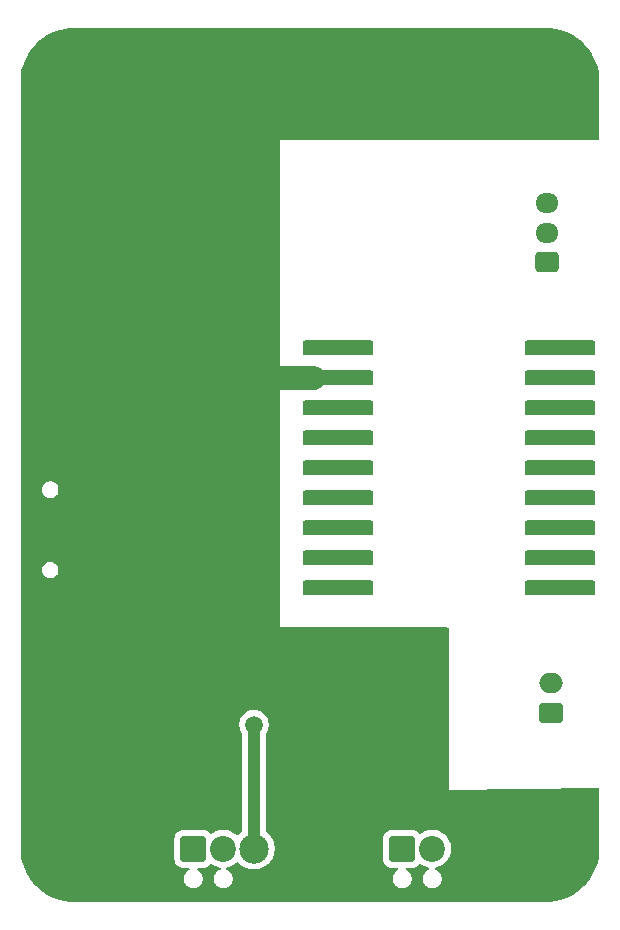
<source format=gbr>
%TF.GenerationSoftware,KiCad,Pcbnew,9.0.2*%
%TF.CreationDate,2025-06-11T22:20:25+01:00*%
%TF.ProjectId,Doorbell (Smaller),446f6f72-6265-46c6-9c20-28536d616c6c,1*%
%TF.SameCoordinates,Original*%
%TF.FileFunction,Copper,L2,Bot*%
%TF.FilePolarity,Positive*%
%FSLAX46Y46*%
G04 Gerber Fmt 4.6, Leading zero omitted, Abs format (unit mm)*
G04 Created by KiCad (PCBNEW 9.0.2) date 2025-06-11 22:20:25*
%MOMM*%
%LPD*%
G01*
G04 APERTURE LIST*
G04 Aperture macros list*
%AMRoundRect*
0 Rectangle with rounded corners*
0 $1 Rounding radius*
0 $2 $3 $4 $5 $6 $7 $8 $9 X,Y pos of 4 corners*
0 Add a 4 corners polygon primitive as box body*
4,1,4,$2,$3,$4,$5,$6,$7,$8,$9,$2,$3,0*
0 Add four circle primitives for the rounded corners*
1,1,$1+$1,$2,$3*
1,1,$1+$1,$4,$5*
1,1,$1+$1,$6,$7*
1,1,$1+$1,$8,$9*
0 Add four rect primitives between the rounded corners*
20,1,$1+$1,$2,$3,$4,$5,0*
20,1,$1+$1,$4,$5,$6,$7,0*
20,1,$1+$1,$6,$7,$8,$9,0*
20,1,$1+$1,$8,$9,$2,$3,0*%
G04 Aperture macros list end*
%TA.AperFunction,ComponentPad*%
%ADD10C,4.400000*%
%TD*%
%TA.AperFunction,ComponentPad*%
%ADD11RoundRect,0.250000X0.725000X-0.600000X0.725000X0.600000X-0.725000X0.600000X-0.725000X-0.600000X0*%
%TD*%
%TA.AperFunction,ComponentPad*%
%ADD12O,1.950000X1.700000*%
%TD*%
%TA.AperFunction,ComponentPad*%
%ADD13RoundRect,0.249999X-0.850001X-0.850001X0.850001X-0.850001X0.850001X0.850001X-0.850001X0.850001X0*%
%TD*%
%TA.AperFunction,ComponentPad*%
%ADD14C,2.200000*%
%TD*%
%TA.AperFunction,ComponentPad*%
%ADD15RoundRect,0.190500X2.809500X0.444500X-2.809500X0.444500X-2.809500X-0.444500X2.809500X-0.444500X0*%
%TD*%
%TA.AperFunction,ComponentPad*%
%ADD16RoundRect,0.190500X-2.809500X-0.444500X2.809500X-0.444500X2.809500X0.444500X-2.809500X0.444500X0*%
%TD*%
%TA.AperFunction,ComponentPad*%
%ADD17RoundRect,0.250000X0.750000X-0.600000X0.750000X0.600000X-0.750000X0.600000X-0.750000X-0.600000X0*%
%TD*%
%TA.AperFunction,ComponentPad*%
%ADD18O,2.000000X1.700000*%
%TD*%
%TA.AperFunction,ViaPad*%
%ADD19C,1.500000*%
%TD*%
%TA.AperFunction,ViaPad*%
%ADD20C,1.000000*%
%TD*%
%TA.AperFunction,ViaPad*%
%ADD21C,2.500000*%
%TD*%
%TA.AperFunction,Conductor*%
%ADD22C,2.000000*%
%TD*%
%TA.AperFunction,Conductor*%
%ADD23C,0.200000*%
%TD*%
%TA.AperFunction,Conductor*%
%ADD24C,1.000000*%
%TD*%
G04 APERTURE END LIST*
D10*
%TO.P,H1,1,1*%
%TO.N,GND*%
X5000000Y-5000000D03*
%TD*%
%TO.P,H4,1,1*%
%TO.N,GND*%
X45000000Y-70000000D03*
%TD*%
%TO.P,H3,1,1*%
%TO.N,GND*%
X5000000Y-70000000D03*
%TD*%
D11*
%TO.P,J4,1,Pin_1*%
%TO.N,+5V Internal*%
X45043750Y-20343750D03*
D12*
%TO.P,J4,2,Pin_2*%
%TO.N,/WS2812*%
X45043750Y-17843750D03*
%TO.P,J4,3,Pin_3*%
%TO.N,GND*%
X45043750Y-15343750D03*
%TD*%
D13*
%TO.P,J2,1,Pin_1*%
%TO.N,/VAC In B*%
X32801133Y-70000000D03*
D14*
%TO.P,J2,2,Pin_2*%
%TO.N,/VAC Out A*%
X35341133Y-70000000D03*
%TD*%
D15*
%TO.P,U3,1,5V*%
%TO.N,+5V Internal*%
X27343750Y-27633750D03*
%TO.P,U3,2,GND*%
%TO.N,GND*%
X27343750Y-30173750D03*
%TO.P,U3,3,3V3*%
%TO.N,+3.3V*%
X27343750Y-32713750D03*
%TO.P,U3,4,GPIO_0*%
%TO.N,unconnected-(U3-GPIO_0-Pad4)*%
X27343750Y-35253750D03*
%TO.P,U3,5,GPIO_1*%
%TO.N,unconnected-(U3-GPIO_1-Pad5)*%
X27343750Y-37793750D03*
%TO.P,U3,6,GPIO_2*%
%TO.N,unconnected-(U3-GPIO_2-Pad6)*%
X27343750Y-40333750D03*
%TO.P,U3,7,GPIO_3*%
%TO.N,unconnected-(U3-GPIO_3-Pad7)*%
X27343750Y-42873750D03*
%TO.P,U3,8,GPIO_4*%
%TO.N,/ADC Input*%
X27343750Y-45413750D03*
%TO.P,U3,9,GPIO_5*%
%TO.N,unconnected-(U3-GPIO_5-Pad9)*%
X27343750Y-47953750D03*
D16*
%TO.P,U3,10,GPIO_6*%
%TO.N,/Reset*%
X46203750Y-47953750D03*
%TO.P,U3,11,GPIO_7*%
%TO.N,unconnected-(U3-GPIO_7-Pad11)*%
X46203750Y-45413750D03*
%TO.P,U3,12,GPIO_8*%
%TO.N,unconnected-(U3-GPIO_8-Pad12)*%
X46203750Y-42873750D03*
%TO.P,U3,13,GPIO_9*%
%TO.N,unconnected-(U3-GPIO_9-Pad13)*%
X46203750Y-40333750D03*
%TO.P,U3,14,GPIO_10*%
%TO.N,unconnected-(U3-GPIO_10-Pad14)*%
X46203750Y-37793750D03*
%TO.P,U3,15,GPIO_18*%
%TO.N,unconnected-(U3-GPIO_18-Pad15)*%
X46203750Y-35253750D03*
%TO.P,U3,16,GPIO_19*%
%TO.N,unconnected-(U3-GPIO_19-Pad16)*%
X46203750Y-32713750D03*
%TO.P,U3,17,GPIO_20*%
%TO.N,unconnected-(U3-GPIO_20-Pad17)*%
X46203750Y-30173750D03*
%TO.P,U3,18,GPIO_21*%
%TO.N,/WS2812*%
X46203750Y-27633750D03*
%TD*%
D17*
%TO.P,J3,1,Pin_1*%
%TO.N,GND*%
X45362500Y-58500000D03*
D18*
%TO.P,J3,2,Pin_2*%
%TO.N,/Reset*%
X45362500Y-56000000D03*
%TD*%
D10*
%TO.P,H2,1,1*%
%TO.N,GND*%
X45000000Y-5000000D03*
%TD*%
D13*
%TO.P,J1,1,Pin_1*%
%TO.N,/VAC In A*%
X15123333Y-70000000D03*
D14*
%TO.P,J1,2,Pin_2*%
%TO.N,/VAC In B*%
X17663333Y-70000000D03*
%TD*%
D19*
%TO.N,GND*%
X6150000Y-59600000D03*
X18609077Y-39776859D03*
D20*
X34500000Y-55750000D03*
X30810705Y-57066581D03*
D19*
X20880000Y-13870000D03*
X19130000Y-30120000D03*
X6630000Y-33120000D03*
D20*
X24500000Y-61750000D03*
D21*
%TO.N,/VAC In B*%
X20250000Y-70000000D03*
D19*
X20250000Y-59500000D03*
%TD*%
D22*
%TO.N,GND*%
X19130000Y-30120000D02*
X25290000Y-30120000D01*
X25290000Y-30120000D02*
X25343750Y-30173750D01*
D23*
X25331240Y-30186260D02*
X25343750Y-30173750D01*
D24*
%TO.N,/VAC In B*%
X20250000Y-59500000D02*
X20250000Y-70000000D01*
%TD*%
%TA.AperFunction,Conductor*%
%TO.N,GND*%
G36*
X45002702Y-500617D02*
G01*
X45386771Y-517386D01*
X45397506Y-518326D01*
X45775971Y-568152D01*
X45786597Y-570025D01*
X46159284Y-652648D01*
X46169710Y-655442D01*
X46533765Y-770227D01*
X46543911Y-773920D01*
X46896578Y-920000D01*
X46906369Y-924566D01*
X47244942Y-1100816D01*
X47254310Y-1106224D01*
X47576244Y-1311318D01*
X47585105Y-1317523D01*
X47887930Y-1549889D01*
X47896217Y-1556843D01*
X48177635Y-1814715D01*
X48185284Y-1822364D01*
X48443156Y-2103782D01*
X48450110Y-2112069D01*
X48682476Y-2414894D01*
X48688681Y-2423755D01*
X48893775Y-2745689D01*
X48899183Y-2755057D01*
X49075430Y-3093623D01*
X49080002Y-3103427D01*
X49226075Y-3456078D01*
X49229775Y-3466244D01*
X49344554Y-3830278D01*
X49347354Y-3840727D01*
X49429971Y-4213389D01*
X49431849Y-4224042D01*
X49481671Y-4602473D01*
X49482614Y-4613249D01*
X49499382Y-4997297D01*
X49499500Y-5002706D01*
X49499500Y-9876000D01*
X49479815Y-9943039D01*
X49427011Y-9988794D01*
X49375500Y-10000000D01*
X22494167Y-10000000D01*
X22494167Y-51250000D01*
X36620167Y-51250000D01*
X36687206Y-51269685D01*
X36732961Y-51322489D01*
X36744167Y-51374000D01*
X36744167Y-65011110D01*
X36744167Y-65011111D01*
X49374123Y-64870778D01*
X49441376Y-64889716D01*
X49487715Y-64942009D01*
X49499500Y-64994770D01*
X49499500Y-69997293D01*
X49499382Y-70002702D01*
X49482614Y-70386750D01*
X49481671Y-70397526D01*
X49431849Y-70775957D01*
X49429971Y-70786610D01*
X49347354Y-71159272D01*
X49344554Y-71169721D01*
X49229775Y-71533755D01*
X49226075Y-71543921D01*
X49080002Y-71896572D01*
X49075430Y-71906376D01*
X48899183Y-72244942D01*
X48893775Y-72254310D01*
X48688681Y-72576244D01*
X48682476Y-72585105D01*
X48450110Y-72887930D01*
X48443156Y-72896217D01*
X48185284Y-73177635D01*
X48177635Y-73185284D01*
X47896217Y-73443156D01*
X47887930Y-73450110D01*
X47585105Y-73682476D01*
X47576244Y-73688681D01*
X47254310Y-73893775D01*
X47244942Y-73899183D01*
X46906376Y-74075430D01*
X46896572Y-74080002D01*
X46543921Y-74226075D01*
X46533755Y-74229775D01*
X46169721Y-74344554D01*
X46159272Y-74347354D01*
X45786610Y-74429971D01*
X45775957Y-74431849D01*
X45397526Y-74481671D01*
X45386750Y-74482614D01*
X45002703Y-74499382D01*
X44997294Y-74499500D01*
X5002706Y-74499500D01*
X4997297Y-74499382D01*
X4613249Y-74482614D01*
X4602473Y-74481671D01*
X4224042Y-74431849D01*
X4213389Y-74429971D01*
X3840727Y-74347354D01*
X3830278Y-74344554D01*
X3466244Y-74229775D01*
X3456078Y-74226075D01*
X3103427Y-74080002D01*
X3093623Y-74075430D01*
X2755057Y-73899183D01*
X2745689Y-73893775D01*
X2423755Y-73688681D01*
X2414894Y-73682476D01*
X2112069Y-73450110D01*
X2103782Y-73443156D01*
X1822364Y-73185284D01*
X1814715Y-73177635D01*
X1556843Y-72896217D01*
X1549889Y-72887930D01*
X1317523Y-72585105D01*
X1311318Y-72576244D01*
X1106224Y-72254310D01*
X1100816Y-72244942D01*
X1057022Y-72160814D01*
X924566Y-71906369D01*
X919997Y-71896572D01*
X773920Y-71543911D01*
X770224Y-71533755D01*
X655442Y-71169710D01*
X652648Y-71159284D01*
X570025Y-70786597D01*
X568152Y-70775971D01*
X518326Y-70397506D01*
X517386Y-70386771D01*
X500618Y-70002702D01*
X500500Y-69997293D01*
X500500Y-69099982D01*
X13522833Y-69099982D01*
X13522833Y-70900017D01*
X13533333Y-71002796D01*
X13577261Y-71135361D01*
X13588519Y-71169335D01*
X13680621Y-71318656D01*
X13804677Y-71442712D01*
X13953998Y-71534814D01*
X14120535Y-71589999D01*
X14223323Y-71600500D01*
X14223328Y-71600500D01*
X14679758Y-71600500D01*
X14746797Y-71620185D01*
X14792552Y-71672989D01*
X14802496Y-71742147D01*
X14773471Y-71805703D01*
X14748649Y-71827602D01*
X14613044Y-71918210D01*
X14613040Y-71918213D01*
X14501546Y-72029707D01*
X14501543Y-72029711D01*
X14413942Y-72160814D01*
X14413935Y-72160827D01*
X14353597Y-72306498D01*
X14353594Y-72306510D01*
X14322833Y-72461153D01*
X14322833Y-72618846D01*
X14353594Y-72773489D01*
X14353597Y-72773501D01*
X14413935Y-72919172D01*
X14413942Y-72919185D01*
X14501543Y-73050288D01*
X14501546Y-73050292D01*
X14613040Y-73161786D01*
X14613044Y-73161789D01*
X14744147Y-73249390D01*
X14744160Y-73249397D01*
X14889831Y-73309735D01*
X14889836Y-73309737D01*
X15044486Y-73340499D01*
X15044489Y-73340500D01*
X15044491Y-73340500D01*
X15202177Y-73340500D01*
X15202178Y-73340499D01*
X15356830Y-73309737D01*
X15502512Y-73249394D01*
X15633622Y-73161789D01*
X15745122Y-73050289D01*
X15832727Y-72919179D01*
X15893070Y-72773497D01*
X15923833Y-72618842D01*
X15923833Y-72461158D01*
X15923833Y-72461155D01*
X15923832Y-72461153D01*
X15893071Y-72306510D01*
X15893070Y-72306503D01*
X15871451Y-72254310D01*
X15832730Y-72160827D01*
X15832723Y-72160814D01*
X15745122Y-72029711D01*
X15745119Y-72029707D01*
X15633625Y-71918213D01*
X15633621Y-71918210D01*
X15498017Y-71827602D01*
X15453212Y-71773990D01*
X15444505Y-71704665D01*
X15474659Y-71641637D01*
X15534103Y-71604918D01*
X15566908Y-71600500D01*
X16023338Y-71600500D01*
X16023343Y-71600500D01*
X16126131Y-71589999D01*
X16292668Y-71534814D01*
X16441989Y-71442712D01*
X16566045Y-71318656D01*
X16566048Y-71318650D01*
X16570828Y-71313871D01*
X16632151Y-71280386D01*
X16701843Y-71285370D01*
X16731391Y-71301231D01*
X16824488Y-71368870D01*
X16930539Y-71422905D01*
X17048949Y-71483239D01*
X17048951Y-71483239D01*
X17048954Y-71483241D01*
X17288548Y-71561090D01*
X17320199Y-71566103D01*
X17321802Y-71566357D01*
X17384936Y-71596286D01*
X17421868Y-71655597D01*
X17420870Y-71725460D01*
X17382260Y-71783693D01*
X17349856Y-71803391D01*
X17284160Y-71830602D01*
X17284147Y-71830609D01*
X17153044Y-71918210D01*
X17153040Y-71918213D01*
X17041546Y-72029707D01*
X17041543Y-72029711D01*
X16953942Y-72160814D01*
X16953935Y-72160827D01*
X16893597Y-72306498D01*
X16893594Y-72306510D01*
X16862833Y-72461153D01*
X16862833Y-72618846D01*
X16893594Y-72773489D01*
X16893597Y-72773501D01*
X16953935Y-72919172D01*
X16953942Y-72919185D01*
X17041543Y-73050288D01*
X17041546Y-73050292D01*
X17153040Y-73161786D01*
X17153044Y-73161789D01*
X17284147Y-73249390D01*
X17284160Y-73249397D01*
X17429831Y-73309735D01*
X17429836Y-73309737D01*
X17584486Y-73340499D01*
X17584489Y-73340500D01*
X17584491Y-73340500D01*
X17742177Y-73340500D01*
X17742178Y-73340499D01*
X17896830Y-73309737D01*
X18042512Y-73249394D01*
X18173622Y-73161789D01*
X18285122Y-73050289D01*
X18372727Y-72919179D01*
X18433070Y-72773497D01*
X18463833Y-72618842D01*
X18463833Y-72461158D01*
X18463833Y-72461155D01*
X18463832Y-72461153D01*
X18433071Y-72306510D01*
X18433070Y-72306503D01*
X18411451Y-72254310D01*
X18372730Y-72160827D01*
X18372723Y-72160814D01*
X18285122Y-72029711D01*
X18285119Y-72029707D01*
X18173625Y-71918213D01*
X18173621Y-71918210D01*
X18042518Y-71830609D01*
X18042506Y-71830602D01*
X17976809Y-71803391D01*
X17922405Y-71759551D01*
X17900340Y-71693257D01*
X17917619Y-71625557D01*
X17968756Y-71577947D01*
X18004864Y-71566357D01*
X18038118Y-71561090D01*
X18038121Y-71561089D01*
X18277712Y-71483241D01*
X18502178Y-71368870D01*
X18705989Y-71220793D01*
X18762921Y-71163860D01*
X18824241Y-71130377D01*
X18893933Y-71135361D01*
X18938281Y-71163862D01*
X19093330Y-71318911D01*
X19093338Y-71318918D01*
X19275382Y-71458607D01*
X19275385Y-71458608D01*
X19275388Y-71458611D01*
X19474112Y-71573344D01*
X19474117Y-71573346D01*
X19474123Y-71573349D01*
X19539672Y-71600500D01*
X19686113Y-71661158D01*
X19907762Y-71720548D01*
X20135266Y-71750500D01*
X20135273Y-71750500D01*
X20364727Y-71750500D01*
X20364734Y-71750500D01*
X20592238Y-71720548D01*
X20813887Y-71661158D01*
X21025888Y-71573344D01*
X21224612Y-71458611D01*
X21406661Y-71318919D01*
X21406665Y-71318914D01*
X21406670Y-71318911D01*
X21568911Y-71156670D01*
X21568914Y-71156665D01*
X21568919Y-71156661D01*
X21708611Y-70974612D01*
X21823344Y-70775888D01*
X21911158Y-70563887D01*
X21970548Y-70342238D01*
X22000500Y-70114734D01*
X22000500Y-69885266D01*
X21970548Y-69657762D01*
X21911158Y-69436113D01*
X21823344Y-69224112D01*
X21751678Y-69099982D01*
X31200633Y-69099982D01*
X31200633Y-70900017D01*
X31211133Y-71002796D01*
X31255061Y-71135361D01*
X31266319Y-71169335D01*
X31358421Y-71318656D01*
X31482477Y-71442712D01*
X31631798Y-71534814D01*
X31798335Y-71589999D01*
X31901123Y-71600500D01*
X31901128Y-71600500D01*
X32357558Y-71600500D01*
X32424597Y-71620185D01*
X32470352Y-71672989D01*
X32480296Y-71742147D01*
X32451271Y-71805703D01*
X32426449Y-71827602D01*
X32290844Y-71918210D01*
X32290840Y-71918213D01*
X32179346Y-72029707D01*
X32179343Y-72029711D01*
X32091742Y-72160814D01*
X32091735Y-72160827D01*
X32031397Y-72306498D01*
X32031394Y-72306510D01*
X32000633Y-72461153D01*
X32000633Y-72618846D01*
X32031394Y-72773489D01*
X32031397Y-72773501D01*
X32091735Y-72919172D01*
X32091742Y-72919185D01*
X32179343Y-73050288D01*
X32179346Y-73050292D01*
X32290840Y-73161786D01*
X32290844Y-73161789D01*
X32421947Y-73249390D01*
X32421960Y-73249397D01*
X32567631Y-73309735D01*
X32567636Y-73309737D01*
X32722286Y-73340499D01*
X32722289Y-73340500D01*
X32722291Y-73340500D01*
X32879977Y-73340500D01*
X32879978Y-73340499D01*
X33034630Y-73309737D01*
X33180312Y-73249394D01*
X33311422Y-73161789D01*
X33422922Y-73050289D01*
X33510527Y-72919179D01*
X33570870Y-72773497D01*
X33601633Y-72618842D01*
X33601633Y-72461158D01*
X33601633Y-72461155D01*
X33601632Y-72461153D01*
X33570871Y-72306510D01*
X33570870Y-72306503D01*
X33549251Y-72254310D01*
X33510530Y-72160827D01*
X33510523Y-72160814D01*
X33422922Y-72029711D01*
X33422919Y-72029707D01*
X33311425Y-71918213D01*
X33311421Y-71918210D01*
X33175817Y-71827602D01*
X33131012Y-71773990D01*
X33122305Y-71704665D01*
X33152459Y-71641637D01*
X33211903Y-71604918D01*
X33244708Y-71600500D01*
X33701138Y-71600500D01*
X33701143Y-71600500D01*
X33803931Y-71589999D01*
X33970468Y-71534814D01*
X34119789Y-71442712D01*
X34243845Y-71318656D01*
X34243848Y-71318650D01*
X34248628Y-71313871D01*
X34309951Y-71280386D01*
X34379643Y-71285370D01*
X34409191Y-71301231D01*
X34502288Y-71368870D01*
X34608339Y-71422905D01*
X34726749Y-71483239D01*
X34726751Y-71483239D01*
X34726754Y-71483241D01*
X34966348Y-71561090D01*
X34997999Y-71566103D01*
X34999602Y-71566357D01*
X35062736Y-71596286D01*
X35099668Y-71655597D01*
X35098670Y-71725460D01*
X35060060Y-71783693D01*
X35027656Y-71803391D01*
X34961960Y-71830602D01*
X34961947Y-71830609D01*
X34830844Y-71918210D01*
X34830840Y-71918213D01*
X34719346Y-72029707D01*
X34719343Y-72029711D01*
X34631742Y-72160814D01*
X34631735Y-72160827D01*
X34571397Y-72306498D01*
X34571394Y-72306510D01*
X34540633Y-72461153D01*
X34540633Y-72618846D01*
X34571394Y-72773489D01*
X34571397Y-72773501D01*
X34631735Y-72919172D01*
X34631742Y-72919185D01*
X34719343Y-73050288D01*
X34719346Y-73050292D01*
X34830840Y-73161786D01*
X34830844Y-73161789D01*
X34961947Y-73249390D01*
X34961960Y-73249397D01*
X35107631Y-73309735D01*
X35107636Y-73309737D01*
X35262286Y-73340499D01*
X35262289Y-73340500D01*
X35262291Y-73340500D01*
X35419977Y-73340500D01*
X35419978Y-73340499D01*
X35574630Y-73309737D01*
X35720312Y-73249394D01*
X35851422Y-73161789D01*
X35962922Y-73050289D01*
X36050527Y-72919179D01*
X36110870Y-72773497D01*
X36141633Y-72618842D01*
X36141633Y-72461158D01*
X36141633Y-72461155D01*
X36141632Y-72461153D01*
X36110871Y-72306510D01*
X36110870Y-72306503D01*
X36089251Y-72254310D01*
X36050530Y-72160827D01*
X36050523Y-72160814D01*
X35962922Y-72029711D01*
X35962919Y-72029707D01*
X35851425Y-71918213D01*
X35851421Y-71918210D01*
X35720318Y-71830609D01*
X35720306Y-71830602D01*
X35654609Y-71803391D01*
X35600205Y-71759551D01*
X35578140Y-71693257D01*
X35595419Y-71625557D01*
X35646556Y-71577947D01*
X35682664Y-71566357D01*
X35715918Y-71561090D01*
X35715921Y-71561089D01*
X35955512Y-71483241D01*
X36179978Y-71368870D01*
X36383789Y-71220793D01*
X36561926Y-71042656D01*
X36710003Y-70838845D01*
X36824374Y-70614379D01*
X36902223Y-70374785D01*
X36941633Y-70125962D01*
X36941633Y-69874038D01*
X36902223Y-69625215D01*
X36824374Y-69385621D01*
X36824372Y-69385618D01*
X36824372Y-69385616D01*
X36782880Y-69304184D01*
X36710003Y-69161155D01*
X36611363Y-69025388D01*
X36561931Y-68957350D01*
X36561927Y-68957345D01*
X36383787Y-68779205D01*
X36383782Y-68779201D01*
X36179981Y-68631132D01*
X36179980Y-68631131D01*
X36179978Y-68631130D01*
X36109880Y-68595413D01*
X35955516Y-68516760D01*
X35715918Y-68438910D01*
X35467095Y-68399500D01*
X35215171Y-68399500D01*
X35148871Y-68410001D01*
X34966347Y-68438910D01*
X34726749Y-68516760D01*
X34502291Y-68631128D01*
X34502288Y-68631129D01*
X34502288Y-68631130D01*
X34409193Y-68698766D01*
X34343388Y-68722245D01*
X34275334Y-68706419D01*
X34248629Y-68686128D01*
X34119790Y-68557289D01*
X34119789Y-68557288D01*
X33970468Y-68465186D01*
X33803931Y-68410001D01*
X33803929Y-68410000D01*
X33701150Y-68399500D01*
X33701143Y-68399500D01*
X31901123Y-68399500D01*
X31901115Y-68399500D01*
X31798336Y-68410000D01*
X31798335Y-68410001D01*
X31715802Y-68437349D01*
X31631800Y-68465185D01*
X31631795Y-68465187D01*
X31482475Y-68557289D01*
X31358422Y-68681342D01*
X31266320Y-68830662D01*
X31266318Y-68830667D01*
X31262119Y-68843339D01*
X31211134Y-68997202D01*
X31211134Y-68997203D01*
X31211133Y-68997203D01*
X31200633Y-69099982D01*
X21751678Y-69099982D01*
X21708611Y-69025388D01*
X21708608Y-69025385D01*
X21708607Y-69025382D01*
X21589087Y-68869622D01*
X21568919Y-68843339D01*
X21406661Y-68681081D01*
X21299012Y-68598478D01*
X21257810Y-68542050D01*
X21250500Y-68500103D01*
X21250500Y-60290697D01*
X21270185Y-60223658D01*
X21274170Y-60217827D01*
X21319524Y-60155405D01*
X21408884Y-59980025D01*
X21469709Y-59792826D01*
X21500500Y-59598422D01*
X21500500Y-59401577D01*
X21469709Y-59207173D01*
X21408882Y-59019970D01*
X21319523Y-58844594D01*
X21203828Y-58685354D01*
X21064646Y-58546172D01*
X20905405Y-58430476D01*
X20730029Y-58341117D01*
X20542826Y-58280290D01*
X20348422Y-58249500D01*
X20348417Y-58249500D01*
X20151583Y-58249500D01*
X20151578Y-58249500D01*
X19957173Y-58280290D01*
X19769970Y-58341117D01*
X19594594Y-58430476D01*
X19503741Y-58496485D01*
X19435354Y-58546172D01*
X19435352Y-58546174D01*
X19435351Y-58546174D01*
X19296174Y-58685351D01*
X19296174Y-58685352D01*
X19296172Y-58685354D01*
X19246485Y-58753741D01*
X19180476Y-58844594D01*
X19091117Y-59019970D01*
X19030290Y-59207173D01*
X18999500Y-59401577D01*
X18999500Y-59598422D01*
X19030290Y-59792826D01*
X19091117Y-59980029D01*
X19174363Y-60143407D01*
X19180476Y-60155405D01*
X19225818Y-60217812D01*
X19249298Y-60283618D01*
X19249500Y-60290697D01*
X19249500Y-68500103D01*
X19229815Y-68567142D01*
X19200988Y-68598478D01*
X19093339Y-68681081D01*
X18938281Y-68836138D01*
X18876957Y-68869622D01*
X18807266Y-68864637D01*
X18762919Y-68836137D01*
X18705987Y-68779205D01*
X18705982Y-68779201D01*
X18502181Y-68631132D01*
X18502180Y-68631131D01*
X18502178Y-68631130D01*
X18432080Y-68595413D01*
X18277716Y-68516760D01*
X18038118Y-68438910D01*
X17789295Y-68399500D01*
X17537371Y-68399500D01*
X17471071Y-68410001D01*
X17288547Y-68438910D01*
X17048949Y-68516760D01*
X16824491Y-68631128D01*
X16824488Y-68631129D01*
X16824488Y-68631130D01*
X16731393Y-68698766D01*
X16665588Y-68722245D01*
X16597534Y-68706419D01*
X16570829Y-68686128D01*
X16441990Y-68557289D01*
X16441989Y-68557288D01*
X16292668Y-68465186D01*
X16126131Y-68410001D01*
X16126129Y-68410000D01*
X16023350Y-68399500D01*
X16023343Y-68399500D01*
X14223323Y-68399500D01*
X14223315Y-68399500D01*
X14120536Y-68410000D01*
X14120535Y-68410001D01*
X14038002Y-68437349D01*
X13954000Y-68465185D01*
X13953995Y-68465187D01*
X13804675Y-68557289D01*
X13680622Y-68681342D01*
X13588520Y-68830662D01*
X13588518Y-68830667D01*
X13584319Y-68843339D01*
X13533334Y-68997202D01*
X13533334Y-68997203D01*
X13533333Y-68997203D01*
X13522833Y-69099982D01*
X500500Y-69099982D01*
X500500Y-46468995D01*
X2299499Y-46468995D01*
X2326418Y-46604322D01*
X2326421Y-46604332D01*
X2379221Y-46731804D01*
X2379228Y-46731817D01*
X2455885Y-46846541D01*
X2455888Y-46846545D01*
X2553454Y-46944111D01*
X2553458Y-46944114D01*
X2668182Y-47020771D01*
X2668195Y-47020778D01*
X2795667Y-47073578D01*
X2795672Y-47073580D01*
X2795676Y-47073580D01*
X2795677Y-47073581D01*
X2931004Y-47100500D01*
X2931007Y-47100500D01*
X3068995Y-47100500D01*
X3160041Y-47082389D01*
X3204328Y-47073580D01*
X3331811Y-47020775D01*
X3446542Y-46944114D01*
X3544114Y-46846542D01*
X3620775Y-46731811D01*
X3673580Y-46604328D01*
X3685794Y-46542923D01*
X3700500Y-46468995D01*
X3700500Y-46331004D01*
X3673581Y-46195677D01*
X3673580Y-46195676D01*
X3673580Y-46195672D01*
X3652147Y-46143928D01*
X3620778Y-46068195D01*
X3620771Y-46068182D01*
X3544114Y-45953458D01*
X3544111Y-45953454D01*
X3446545Y-45855888D01*
X3446541Y-45855885D01*
X3331817Y-45779228D01*
X3331804Y-45779221D01*
X3204332Y-45726421D01*
X3204322Y-45726418D01*
X3068995Y-45699500D01*
X3068993Y-45699500D01*
X2931007Y-45699500D01*
X2931005Y-45699500D01*
X2795677Y-45726418D01*
X2795667Y-45726421D01*
X2668195Y-45779221D01*
X2668182Y-45779228D01*
X2553458Y-45855885D01*
X2553454Y-45855888D01*
X2455888Y-45953454D01*
X2455885Y-45953458D01*
X2379228Y-46068182D01*
X2379221Y-46068195D01*
X2326421Y-46195667D01*
X2326418Y-46195677D01*
X2299500Y-46331004D01*
X2299500Y-46331007D01*
X2299500Y-46468993D01*
X2299500Y-46468995D01*
X2299499Y-46468995D01*
X500500Y-46468995D01*
X500500Y-39668995D01*
X2299499Y-39668995D01*
X2326418Y-39804322D01*
X2326421Y-39804332D01*
X2379221Y-39931804D01*
X2379228Y-39931817D01*
X2455885Y-40046541D01*
X2455888Y-40046545D01*
X2553454Y-40144111D01*
X2553458Y-40144114D01*
X2668182Y-40220771D01*
X2668195Y-40220778D01*
X2795667Y-40273578D01*
X2795672Y-40273580D01*
X2795676Y-40273580D01*
X2795677Y-40273581D01*
X2931004Y-40300500D01*
X2931007Y-40300500D01*
X3068995Y-40300500D01*
X3160041Y-40282389D01*
X3204328Y-40273580D01*
X3331811Y-40220775D01*
X3446542Y-40144114D01*
X3544114Y-40046542D01*
X3620775Y-39931811D01*
X3673580Y-39804328D01*
X3700500Y-39668993D01*
X3700500Y-39531007D01*
X3700500Y-39531004D01*
X3673581Y-39395677D01*
X3673580Y-39395676D01*
X3673580Y-39395672D01*
X3651063Y-39341311D01*
X3620778Y-39268195D01*
X3620771Y-39268182D01*
X3544114Y-39153458D01*
X3544111Y-39153454D01*
X3446545Y-39055888D01*
X3446541Y-39055885D01*
X3331817Y-38979228D01*
X3331804Y-38979221D01*
X3204332Y-38926421D01*
X3204322Y-38926418D01*
X3068995Y-38899500D01*
X3068993Y-38899500D01*
X2931007Y-38899500D01*
X2931005Y-38899500D01*
X2795677Y-38926418D01*
X2795667Y-38926421D01*
X2668195Y-38979221D01*
X2668182Y-38979228D01*
X2553458Y-39055885D01*
X2553454Y-39055888D01*
X2455888Y-39153454D01*
X2455885Y-39153458D01*
X2379228Y-39268182D01*
X2379221Y-39268195D01*
X2326421Y-39395667D01*
X2326418Y-39395677D01*
X2299500Y-39531004D01*
X2299500Y-39531007D01*
X2299500Y-39668993D01*
X2299500Y-39668995D01*
X2299499Y-39668995D01*
X500500Y-39668995D01*
X500500Y-5002706D01*
X500618Y-4997297D01*
X503377Y-4934108D01*
X517386Y-4613226D01*
X518326Y-4602495D01*
X568152Y-4224025D01*
X570025Y-4213405D01*
X652649Y-3840709D01*
X655440Y-3830295D01*
X770230Y-3466227D01*
X773917Y-3456095D01*
X920003Y-3103412D01*
X924561Y-3093638D01*
X1100822Y-2755045D01*
X1106217Y-2745700D01*
X1311325Y-2423744D01*
X1317515Y-2414905D01*
X1549896Y-2112060D01*
X1556834Y-2103791D01*
X1814726Y-1822352D01*
X1822352Y-1814726D01*
X2103791Y-1556834D01*
X2112060Y-1549896D01*
X2414905Y-1317515D01*
X2423744Y-1311325D01*
X2745700Y-1106217D01*
X2755045Y-1100822D01*
X3093638Y-924561D01*
X3103412Y-920003D01*
X3456095Y-773917D01*
X3466227Y-770230D01*
X3830295Y-655440D01*
X3840709Y-652649D01*
X4213405Y-570025D01*
X4224025Y-568152D01*
X4602495Y-518326D01*
X4613226Y-517386D01*
X4997297Y-500617D01*
X5002706Y-500500D01*
X5065892Y-500500D01*
X44934108Y-500500D01*
X44997294Y-500500D01*
X45002702Y-500617D01*
G37*
%TD.AperFunction*%
%TD*%
M02*

</source>
